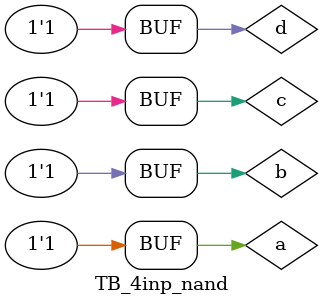
<source format=v>

module TB_4inp_nand();

reg a,b,c,d;
wire y;

four_inp_nand temp(.y(y), .a(a), .b(b), .c(c) ,.d(d));

initial
begin
 a=1'b0; b=1'b0;c=1'b0;d=1'b0;
#100 a=1'b0; b=1'b0;c=1'b0;d=1'b1;
#100 a=1'b0; b=1'b0;c=1'b1;d=1'b0;
#100 a=1'b0; b=1'b0;c=1'b1;d=1'b1;
#100 a=1'b0; b=1'b1;c=1'b0;d=1'b0;
#100 a=1'b0; b=1'b1;c=1'b0;d=1'b1;
#100 a=1'b0; b=1'b1;c=1'b1;d=1'b0;
#100 a=1'b0; b=1'b1;c=1'b1;d=1'b1;
#100 a=1'b1; b=1'b0;c=1'b0;d=1'b0;
#100 a=1'b1; b=1'b0;c=1'b0;d=1'b1;
#100 a=1'b1; b=1'b0;c=1'b1;d=1'b0;
#100 a=1'b1; b=1'b0;c=1'b1;d=1'b1;
#100 a=1'b1; b=1'b1;c=1'b0;d=1'b0;
#100 a=1'b1; b=1'b1;c=1'b0;d=1'b1;
#100 a=1'b1; b=1'b1;c=1'b1;d=1'b0;
#100 a=1'b1; b=1'b1;c=1'b1;d=1'b1;
end
endmodule


</source>
